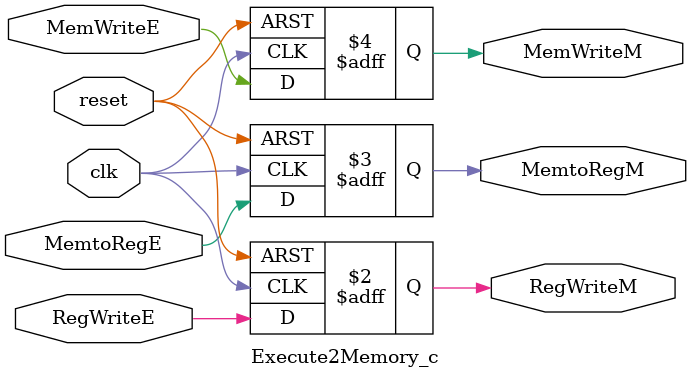
<source format=v>
`timescale 1ns / 1ps
module Execute2Memory_c(
	// initialize inputs and outputs:
	input wire clk, reset,
	input wire RegWriteE,
	input wire MemtoRegE, MemWriteE,
	
	output reg RegWriteM,
	output reg MemtoRegM, MemWriteM
	);
	
	// determine outputs:
	always@(posedge clk, posedge reset)
	begin
		if(reset)
		begin
			RegWriteM <= 0;
			MemtoRegM <= 0;
			MemWriteM <= 0;
		end
		
		else
		begin
			RegWriteM <= RegWriteE;
			MemtoRegM <= MemtoRegE;
			MemWriteM <= MemWriteE;
		end
	end
endmodule

</source>
